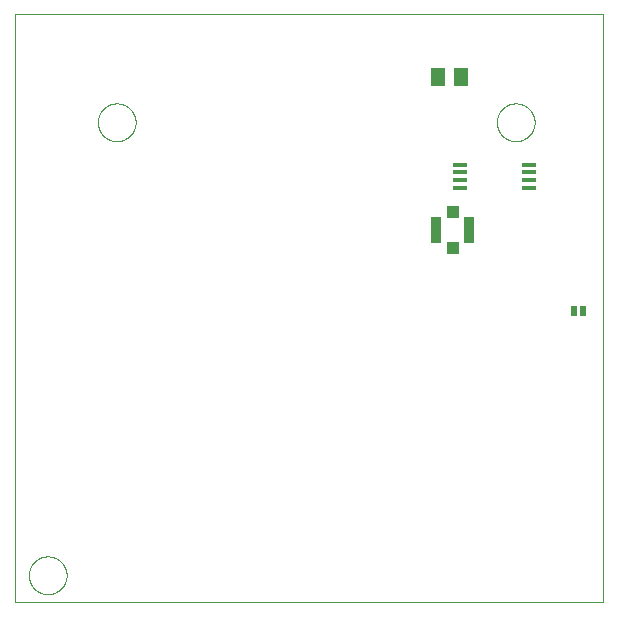
<source format=gbp>
G75*
%MOIN*%
%OFA0B0*%
%FSLAX25Y25*%
%IPPOS*%
%LPD*%
%AMOC8*
5,1,8,0,0,1.08239X$1,22.5*
%
%ADD10C,0.00000*%
%ADD11R,0.02400X0.03500*%
%ADD12R,0.05118X0.05906*%
%ADD13R,0.04724X0.01378*%
%ADD14R,0.03346X0.08661*%
%ADD15R,0.03937X0.04134*%
D10*
X0001500Y0003000D02*
X0197500Y0003000D01*
X0197500Y0199000D01*
X0001500Y0199000D01*
X0001500Y0003000D01*
X0006201Y0012000D02*
X0006203Y0012158D01*
X0006209Y0012316D01*
X0006219Y0012474D01*
X0006233Y0012632D01*
X0006251Y0012789D01*
X0006272Y0012946D01*
X0006298Y0013102D01*
X0006328Y0013258D01*
X0006361Y0013413D01*
X0006399Y0013566D01*
X0006440Y0013719D01*
X0006485Y0013871D01*
X0006534Y0014022D01*
X0006587Y0014171D01*
X0006643Y0014319D01*
X0006703Y0014465D01*
X0006767Y0014610D01*
X0006835Y0014753D01*
X0006906Y0014895D01*
X0006980Y0015035D01*
X0007058Y0015172D01*
X0007140Y0015308D01*
X0007224Y0015442D01*
X0007313Y0015573D01*
X0007404Y0015702D01*
X0007499Y0015829D01*
X0007596Y0015954D01*
X0007697Y0016076D01*
X0007801Y0016195D01*
X0007908Y0016312D01*
X0008018Y0016426D01*
X0008131Y0016537D01*
X0008246Y0016646D01*
X0008364Y0016751D01*
X0008485Y0016853D01*
X0008608Y0016953D01*
X0008734Y0017049D01*
X0008862Y0017142D01*
X0008992Y0017232D01*
X0009125Y0017318D01*
X0009260Y0017402D01*
X0009396Y0017481D01*
X0009535Y0017558D01*
X0009676Y0017630D01*
X0009818Y0017700D01*
X0009962Y0017765D01*
X0010108Y0017827D01*
X0010255Y0017885D01*
X0010404Y0017940D01*
X0010554Y0017991D01*
X0010705Y0018038D01*
X0010857Y0018081D01*
X0011010Y0018120D01*
X0011165Y0018156D01*
X0011320Y0018187D01*
X0011476Y0018215D01*
X0011632Y0018239D01*
X0011789Y0018259D01*
X0011947Y0018275D01*
X0012104Y0018287D01*
X0012263Y0018295D01*
X0012421Y0018299D01*
X0012579Y0018299D01*
X0012737Y0018295D01*
X0012896Y0018287D01*
X0013053Y0018275D01*
X0013211Y0018259D01*
X0013368Y0018239D01*
X0013524Y0018215D01*
X0013680Y0018187D01*
X0013835Y0018156D01*
X0013990Y0018120D01*
X0014143Y0018081D01*
X0014295Y0018038D01*
X0014446Y0017991D01*
X0014596Y0017940D01*
X0014745Y0017885D01*
X0014892Y0017827D01*
X0015038Y0017765D01*
X0015182Y0017700D01*
X0015324Y0017630D01*
X0015465Y0017558D01*
X0015604Y0017481D01*
X0015740Y0017402D01*
X0015875Y0017318D01*
X0016008Y0017232D01*
X0016138Y0017142D01*
X0016266Y0017049D01*
X0016392Y0016953D01*
X0016515Y0016853D01*
X0016636Y0016751D01*
X0016754Y0016646D01*
X0016869Y0016537D01*
X0016982Y0016426D01*
X0017092Y0016312D01*
X0017199Y0016195D01*
X0017303Y0016076D01*
X0017404Y0015954D01*
X0017501Y0015829D01*
X0017596Y0015702D01*
X0017687Y0015573D01*
X0017776Y0015442D01*
X0017860Y0015308D01*
X0017942Y0015172D01*
X0018020Y0015035D01*
X0018094Y0014895D01*
X0018165Y0014753D01*
X0018233Y0014610D01*
X0018297Y0014465D01*
X0018357Y0014319D01*
X0018413Y0014171D01*
X0018466Y0014022D01*
X0018515Y0013871D01*
X0018560Y0013719D01*
X0018601Y0013566D01*
X0018639Y0013413D01*
X0018672Y0013258D01*
X0018702Y0013102D01*
X0018728Y0012946D01*
X0018749Y0012789D01*
X0018767Y0012632D01*
X0018781Y0012474D01*
X0018791Y0012316D01*
X0018797Y0012158D01*
X0018799Y0012000D01*
X0018797Y0011842D01*
X0018791Y0011684D01*
X0018781Y0011526D01*
X0018767Y0011368D01*
X0018749Y0011211D01*
X0018728Y0011054D01*
X0018702Y0010898D01*
X0018672Y0010742D01*
X0018639Y0010587D01*
X0018601Y0010434D01*
X0018560Y0010281D01*
X0018515Y0010129D01*
X0018466Y0009978D01*
X0018413Y0009829D01*
X0018357Y0009681D01*
X0018297Y0009535D01*
X0018233Y0009390D01*
X0018165Y0009247D01*
X0018094Y0009105D01*
X0018020Y0008965D01*
X0017942Y0008828D01*
X0017860Y0008692D01*
X0017776Y0008558D01*
X0017687Y0008427D01*
X0017596Y0008298D01*
X0017501Y0008171D01*
X0017404Y0008046D01*
X0017303Y0007924D01*
X0017199Y0007805D01*
X0017092Y0007688D01*
X0016982Y0007574D01*
X0016869Y0007463D01*
X0016754Y0007354D01*
X0016636Y0007249D01*
X0016515Y0007147D01*
X0016392Y0007047D01*
X0016266Y0006951D01*
X0016138Y0006858D01*
X0016008Y0006768D01*
X0015875Y0006682D01*
X0015740Y0006598D01*
X0015604Y0006519D01*
X0015465Y0006442D01*
X0015324Y0006370D01*
X0015182Y0006300D01*
X0015038Y0006235D01*
X0014892Y0006173D01*
X0014745Y0006115D01*
X0014596Y0006060D01*
X0014446Y0006009D01*
X0014295Y0005962D01*
X0014143Y0005919D01*
X0013990Y0005880D01*
X0013835Y0005844D01*
X0013680Y0005813D01*
X0013524Y0005785D01*
X0013368Y0005761D01*
X0013211Y0005741D01*
X0013053Y0005725D01*
X0012896Y0005713D01*
X0012737Y0005705D01*
X0012579Y0005701D01*
X0012421Y0005701D01*
X0012263Y0005705D01*
X0012104Y0005713D01*
X0011947Y0005725D01*
X0011789Y0005741D01*
X0011632Y0005761D01*
X0011476Y0005785D01*
X0011320Y0005813D01*
X0011165Y0005844D01*
X0011010Y0005880D01*
X0010857Y0005919D01*
X0010705Y0005962D01*
X0010554Y0006009D01*
X0010404Y0006060D01*
X0010255Y0006115D01*
X0010108Y0006173D01*
X0009962Y0006235D01*
X0009818Y0006300D01*
X0009676Y0006370D01*
X0009535Y0006442D01*
X0009396Y0006519D01*
X0009260Y0006598D01*
X0009125Y0006682D01*
X0008992Y0006768D01*
X0008862Y0006858D01*
X0008734Y0006951D01*
X0008608Y0007047D01*
X0008485Y0007147D01*
X0008364Y0007249D01*
X0008246Y0007354D01*
X0008131Y0007463D01*
X0008018Y0007574D01*
X0007908Y0007688D01*
X0007801Y0007805D01*
X0007697Y0007924D01*
X0007596Y0008046D01*
X0007499Y0008171D01*
X0007404Y0008298D01*
X0007313Y0008427D01*
X0007224Y0008558D01*
X0007140Y0008692D01*
X0007058Y0008828D01*
X0006980Y0008965D01*
X0006906Y0009105D01*
X0006835Y0009247D01*
X0006767Y0009390D01*
X0006703Y0009535D01*
X0006643Y0009681D01*
X0006587Y0009829D01*
X0006534Y0009978D01*
X0006485Y0010129D01*
X0006440Y0010281D01*
X0006399Y0010434D01*
X0006361Y0010587D01*
X0006328Y0010742D01*
X0006298Y0010898D01*
X0006272Y0011054D01*
X0006251Y0011211D01*
X0006233Y0011368D01*
X0006219Y0011526D01*
X0006209Y0011684D01*
X0006203Y0011842D01*
X0006201Y0012000D01*
X0029201Y0163000D02*
X0029203Y0163158D01*
X0029209Y0163316D01*
X0029219Y0163474D01*
X0029233Y0163632D01*
X0029251Y0163789D01*
X0029272Y0163946D01*
X0029298Y0164102D01*
X0029328Y0164258D01*
X0029361Y0164413D01*
X0029399Y0164566D01*
X0029440Y0164719D01*
X0029485Y0164871D01*
X0029534Y0165022D01*
X0029587Y0165171D01*
X0029643Y0165319D01*
X0029703Y0165465D01*
X0029767Y0165610D01*
X0029835Y0165753D01*
X0029906Y0165895D01*
X0029980Y0166035D01*
X0030058Y0166172D01*
X0030140Y0166308D01*
X0030224Y0166442D01*
X0030313Y0166573D01*
X0030404Y0166702D01*
X0030499Y0166829D01*
X0030596Y0166954D01*
X0030697Y0167076D01*
X0030801Y0167195D01*
X0030908Y0167312D01*
X0031018Y0167426D01*
X0031131Y0167537D01*
X0031246Y0167646D01*
X0031364Y0167751D01*
X0031485Y0167853D01*
X0031608Y0167953D01*
X0031734Y0168049D01*
X0031862Y0168142D01*
X0031992Y0168232D01*
X0032125Y0168318D01*
X0032260Y0168402D01*
X0032396Y0168481D01*
X0032535Y0168558D01*
X0032676Y0168630D01*
X0032818Y0168700D01*
X0032962Y0168765D01*
X0033108Y0168827D01*
X0033255Y0168885D01*
X0033404Y0168940D01*
X0033554Y0168991D01*
X0033705Y0169038D01*
X0033857Y0169081D01*
X0034010Y0169120D01*
X0034165Y0169156D01*
X0034320Y0169187D01*
X0034476Y0169215D01*
X0034632Y0169239D01*
X0034789Y0169259D01*
X0034947Y0169275D01*
X0035104Y0169287D01*
X0035263Y0169295D01*
X0035421Y0169299D01*
X0035579Y0169299D01*
X0035737Y0169295D01*
X0035896Y0169287D01*
X0036053Y0169275D01*
X0036211Y0169259D01*
X0036368Y0169239D01*
X0036524Y0169215D01*
X0036680Y0169187D01*
X0036835Y0169156D01*
X0036990Y0169120D01*
X0037143Y0169081D01*
X0037295Y0169038D01*
X0037446Y0168991D01*
X0037596Y0168940D01*
X0037745Y0168885D01*
X0037892Y0168827D01*
X0038038Y0168765D01*
X0038182Y0168700D01*
X0038324Y0168630D01*
X0038465Y0168558D01*
X0038604Y0168481D01*
X0038740Y0168402D01*
X0038875Y0168318D01*
X0039008Y0168232D01*
X0039138Y0168142D01*
X0039266Y0168049D01*
X0039392Y0167953D01*
X0039515Y0167853D01*
X0039636Y0167751D01*
X0039754Y0167646D01*
X0039869Y0167537D01*
X0039982Y0167426D01*
X0040092Y0167312D01*
X0040199Y0167195D01*
X0040303Y0167076D01*
X0040404Y0166954D01*
X0040501Y0166829D01*
X0040596Y0166702D01*
X0040687Y0166573D01*
X0040776Y0166442D01*
X0040860Y0166308D01*
X0040942Y0166172D01*
X0041020Y0166035D01*
X0041094Y0165895D01*
X0041165Y0165753D01*
X0041233Y0165610D01*
X0041297Y0165465D01*
X0041357Y0165319D01*
X0041413Y0165171D01*
X0041466Y0165022D01*
X0041515Y0164871D01*
X0041560Y0164719D01*
X0041601Y0164566D01*
X0041639Y0164413D01*
X0041672Y0164258D01*
X0041702Y0164102D01*
X0041728Y0163946D01*
X0041749Y0163789D01*
X0041767Y0163632D01*
X0041781Y0163474D01*
X0041791Y0163316D01*
X0041797Y0163158D01*
X0041799Y0163000D01*
X0041797Y0162842D01*
X0041791Y0162684D01*
X0041781Y0162526D01*
X0041767Y0162368D01*
X0041749Y0162211D01*
X0041728Y0162054D01*
X0041702Y0161898D01*
X0041672Y0161742D01*
X0041639Y0161587D01*
X0041601Y0161434D01*
X0041560Y0161281D01*
X0041515Y0161129D01*
X0041466Y0160978D01*
X0041413Y0160829D01*
X0041357Y0160681D01*
X0041297Y0160535D01*
X0041233Y0160390D01*
X0041165Y0160247D01*
X0041094Y0160105D01*
X0041020Y0159965D01*
X0040942Y0159828D01*
X0040860Y0159692D01*
X0040776Y0159558D01*
X0040687Y0159427D01*
X0040596Y0159298D01*
X0040501Y0159171D01*
X0040404Y0159046D01*
X0040303Y0158924D01*
X0040199Y0158805D01*
X0040092Y0158688D01*
X0039982Y0158574D01*
X0039869Y0158463D01*
X0039754Y0158354D01*
X0039636Y0158249D01*
X0039515Y0158147D01*
X0039392Y0158047D01*
X0039266Y0157951D01*
X0039138Y0157858D01*
X0039008Y0157768D01*
X0038875Y0157682D01*
X0038740Y0157598D01*
X0038604Y0157519D01*
X0038465Y0157442D01*
X0038324Y0157370D01*
X0038182Y0157300D01*
X0038038Y0157235D01*
X0037892Y0157173D01*
X0037745Y0157115D01*
X0037596Y0157060D01*
X0037446Y0157009D01*
X0037295Y0156962D01*
X0037143Y0156919D01*
X0036990Y0156880D01*
X0036835Y0156844D01*
X0036680Y0156813D01*
X0036524Y0156785D01*
X0036368Y0156761D01*
X0036211Y0156741D01*
X0036053Y0156725D01*
X0035896Y0156713D01*
X0035737Y0156705D01*
X0035579Y0156701D01*
X0035421Y0156701D01*
X0035263Y0156705D01*
X0035104Y0156713D01*
X0034947Y0156725D01*
X0034789Y0156741D01*
X0034632Y0156761D01*
X0034476Y0156785D01*
X0034320Y0156813D01*
X0034165Y0156844D01*
X0034010Y0156880D01*
X0033857Y0156919D01*
X0033705Y0156962D01*
X0033554Y0157009D01*
X0033404Y0157060D01*
X0033255Y0157115D01*
X0033108Y0157173D01*
X0032962Y0157235D01*
X0032818Y0157300D01*
X0032676Y0157370D01*
X0032535Y0157442D01*
X0032396Y0157519D01*
X0032260Y0157598D01*
X0032125Y0157682D01*
X0031992Y0157768D01*
X0031862Y0157858D01*
X0031734Y0157951D01*
X0031608Y0158047D01*
X0031485Y0158147D01*
X0031364Y0158249D01*
X0031246Y0158354D01*
X0031131Y0158463D01*
X0031018Y0158574D01*
X0030908Y0158688D01*
X0030801Y0158805D01*
X0030697Y0158924D01*
X0030596Y0159046D01*
X0030499Y0159171D01*
X0030404Y0159298D01*
X0030313Y0159427D01*
X0030224Y0159558D01*
X0030140Y0159692D01*
X0030058Y0159828D01*
X0029980Y0159965D01*
X0029906Y0160105D01*
X0029835Y0160247D01*
X0029767Y0160390D01*
X0029703Y0160535D01*
X0029643Y0160681D01*
X0029587Y0160829D01*
X0029534Y0160978D01*
X0029485Y0161129D01*
X0029440Y0161281D01*
X0029399Y0161434D01*
X0029361Y0161587D01*
X0029328Y0161742D01*
X0029298Y0161898D01*
X0029272Y0162054D01*
X0029251Y0162211D01*
X0029233Y0162368D01*
X0029219Y0162526D01*
X0029209Y0162684D01*
X0029203Y0162842D01*
X0029201Y0163000D01*
X0162201Y0163000D02*
X0162203Y0163158D01*
X0162209Y0163316D01*
X0162219Y0163474D01*
X0162233Y0163632D01*
X0162251Y0163789D01*
X0162272Y0163946D01*
X0162298Y0164102D01*
X0162328Y0164258D01*
X0162361Y0164413D01*
X0162399Y0164566D01*
X0162440Y0164719D01*
X0162485Y0164871D01*
X0162534Y0165022D01*
X0162587Y0165171D01*
X0162643Y0165319D01*
X0162703Y0165465D01*
X0162767Y0165610D01*
X0162835Y0165753D01*
X0162906Y0165895D01*
X0162980Y0166035D01*
X0163058Y0166172D01*
X0163140Y0166308D01*
X0163224Y0166442D01*
X0163313Y0166573D01*
X0163404Y0166702D01*
X0163499Y0166829D01*
X0163596Y0166954D01*
X0163697Y0167076D01*
X0163801Y0167195D01*
X0163908Y0167312D01*
X0164018Y0167426D01*
X0164131Y0167537D01*
X0164246Y0167646D01*
X0164364Y0167751D01*
X0164485Y0167853D01*
X0164608Y0167953D01*
X0164734Y0168049D01*
X0164862Y0168142D01*
X0164992Y0168232D01*
X0165125Y0168318D01*
X0165260Y0168402D01*
X0165396Y0168481D01*
X0165535Y0168558D01*
X0165676Y0168630D01*
X0165818Y0168700D01*
X0165962Y0168765D01*
X0166108Y0168827D01*
X0166255Y0168885D01*
X0166404Y0168940D01*
X0166554Y0168991D01*
X0166705Y0169038D01*
X0166857Y0169081D01*
X0167010Y0169120D01*
X0167165Y0169156D01*
X0167320Y0169187D01*
X0167476Y0169215D01*
X0167632Y0169239D01*
X0167789Y0169259D01*
X0167947Y0169275D01*
X0168104Y0169287D01*
X0168263Y0169295D01*
X0168421Y0169299D01*
X0168579Y0169299D01*
X0168737Y0169295D01*
X0168896Y0169287D01*
X0169053Y0169275D01*
X0169211Y0169259D01*
X0169368Y0169239D01*
X0169524Y0169215D01*
X0169680Y0169187D01*
X0169835Y0169156D01*
X0169990Y0169120D01*
X0170143Y0169081D01*
X0170295Y0169038D01*
X0170446Y0168991D01*
X0170596Y0168940D01*
X0170745Y0168885D01*
X0170892Y0168827D01*
X0171038Y0168765D01*
X0171182Y0168700D01*
X0171324Y0168630D01*
X0171465Y0168558D01*
X0171604Y0168481D01*
X0171740Y0168402D01*
X0171875Y0168318D01*
X0172008Y0168232D01*
X0172138Y0168142D01*
X0172266Y0168049D01*
X0172392Y0167953D01*
X0172515Y0167853D01*
X0172636Y0167751D01*
X0172754Y0167646D01*
X0172869Y0167537D01*
X0172982Y0167426D01*
X0173092Y0167312D01*
X0173199Y0167195D01*
X0173303Y0167076D01*
X0173404Y0166954D01*
X0173501Y0166829D01*
X0173596Y0166702D01*
X0173687Y0166573D01*
X0173776Y0166442D01*
X0173860Y0166308D01*
X0173942Y0166172D01*
X0174020Y0166035D01*
X0174094Y0165895D01*
X0174165Y0165753D01*
X0174233Y0165610D01*
X0174297Y0165465D01*
X0174357Y0165319D01*
X0174413Y0165171D01*
X0174466Y0165022D01*
X0174515Y0164871D01*
X0174560Y0164719D01*
X0174601Y0164566D01*
X0174639Y0164413D01*
X0174672Y0164258D01*
X0174702Y0164102D01*
X0174728Y0163946D01*
X0174749Y0163789D01*
X0174767Y0163632D01*
X0174781Y0163474D01*
X0174791Y0163316D01*
X0174797Y0163158D01*
X0174799Y0163000D01*
X0174797Y0162842D01*
X0174791Y0162684D01*
X0174781Y0162526D01*
X0174767Y0162368D01*
X0174749Y0162211D01*
X0174728Y0162054D01*
X0174702Y0161898D01*
X0174672Y0161742D01*
X0174639Y0161587D01*
X0174601Y0161434D01*
X0174560Y0161281D01*
X0174515Y0161129D01*
X0174466Y0160978D01*
X0174413Y0160829D01*
X0174357Y0160681D01*
X0174297Y0160535D01*
X0174233Y0160390D01*
X0174165Y0160247D01*
X0174094Y0160105D01*
X0174020Y0159965D01*
X0173942Y0159828D01*
X0173860Y0159692D01*
X0173776Y0159558D01*
X0173687Y0159427D01*
X0173596Y0159298D01*
X0173501Y0159171D01*
X0173404Y0159046D01*
X0173303Y0158924D01*
X0173199Y0158805D01*
X0173092Y0158688D01*
X0172982Y0158574D01*
X0172869Y0158463D01*
X0172754Y0158354D01*
X0172636Y0158249D01*
X0172515Y0158147D01*
X0172392Y0158047D01*
X0172266Y0157951D01*
X0172138Y0157858D01*
X0172008Y0157768D01*
X0171875Y0157682D01*
X0171740Y0157598D01*
X0171604Y0157519D01*
X0171465Y0157442D01*
X0171324Y0157370D01*
X0171182Y0157300D01*
X0171038Y0157235D01*
X0170892Y0157173D01*
X0170745Y0157115D01*
X0170596Y0157060D01*
X0170446Y0157009D01*
X0170295Y0156962D01*
X0170143Y0156919D01*
X0169990Y0156880D01*
X0169835Y0156844D01*
X0169680Y0156813D01*
X0169524Y0156785D01*
X0169368Y0156761D01*
X0169211Y0156741D01*
X0169053Y0156725D01*
X0168896Y0156713D01*
X0168737Y0156705D01*
X0168579Y0156701D01*
X0168421Y0156701D01*
X0168263Y0156705D01*
X0168104Y0156713D01*
X0167947Y0156725D01*
X0167789Y0156741D01*
X0167632Y0156761D01*
X0167476Y0156785D01*
X0167320Y0156813D01*
X0167165Y0156844D01*
X0167010Y0156880D01*
X0166857Y0156919D01*
X0166705Y0156962D01*
X0166554Y0157009D01*
X0166404Y0157060D01*
X0166255Y0157115D01*
X0166108Y0157173D01*
X0165962Y0157235D01*
X0165818Y0157300D01*
X0165676Y0157370D01*
X0165535Y0157442D01*
X0165396Y0157519D01*
X0165260Y0157598D01*
X0165125Y0157682D01*
X0164992Y0157768D01*
X0164862Y0157858D01*
X0164734Y0157951D01*
X0164608Y0158047D01*
X0164485Y0158147D01*
X0164364Y0158249D01*
X0164246Y0158354D01*
X0164131Y0158463D01*
X0164018Y0158574D01*
X0163908Y0158688D01*
X0163801Y0158805D01*
X0163697Y0158924D01*
X0163596Y0159046D01*
X0163499Y0159171D01*
X0163404Y0159298D01*
X0163313Y0159427D01*
X0163224Y0159558D01*
X0163140Y0159692D01*
X0163058Y0159828D01*
X0162980Y0159965D01*
X0162906Y0160105D01*
X0162835Y0160247D01*
X0162767Y0160390D01*
X0162703Y0160535D01*
X0162643Y0160681D01*
X0162587Y0160829D01*
X0162534Y0160978D01*
X0162485Y0161129D01*
X0162440Y0161281D01*
X0162399Y0161434D01*
X0162361Y0161587D01*
X0162328Y0161742D01*
X0162298Y0161898D01*
X0162272Y0162054D01*
X0162251Y0162211D01*
X0162233Y0162368D01*
X0162219Y0162526D01*
X0162209Y0162684D01*
X0162203Y0162842D01*
X0162201Y0163000D01*
D11*
X0188000Y0100000D03*
X0191000Y0100000D03*
D12*
X0150240Y0178000D03*
X0142760Y0178000D03*
D13*
X0149984Y0148839D03*
X0149984Y0146280D03*
X0149984Y0143720D03*
X0149984Y0141161D03*
X0173016Y0141161D03*
X0173016Y0143720D03*
X0173016Y0146280D03*
X0173016Y0148839D03*
D14*
X0152913Y0127000D03*
X0142087Y0127000D03*
D15*
X0147500Y0120996D03*
X0147500Y0133004D03*
M02*

</source>
